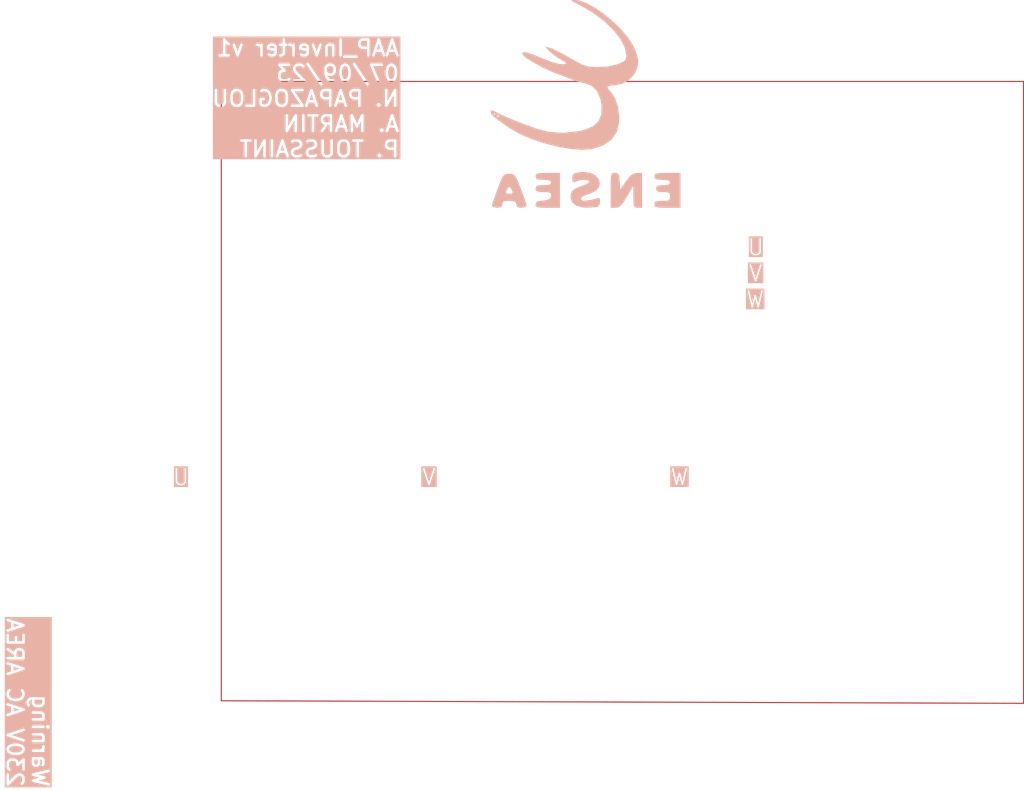
<source format=kicad_pcb>
(kicad_pcb (version 20240108) (generator "pcbnew") (generator_version "8.0")
  (layers (0 "F.Cu" signal) (1 "In1.Cu" signal) (2 "In2.Cu" signal) (31 "B.Cu" signal) (34 "B.Paste" user) (35 "F.Paste" user) (36 "B.SilkS" user "B.Silkscreen") (37 "F.SilkS" user "F.Silkscreen") (38 "B.Mask" user) (39 "F.Mask" user) (44 "Edge.Cuts" user))
  (net 0 "")
  (footprint "LOGO" (layer "B.Cu") (at 173.984221 59.630779 180)
    (property "Reference" "G***" (hide yes))
    (property "Value" "LOGO" (hide yes))
    (fp_poly (pts (xy -7.368348 -13.481548) (xy -6.7706 -13.908713) (xy -6.07061 -14.78159) (xy -5.948292 -14.955921) (xy -4.846053 -16.543421) (xy -4.744188 -14.955921) (xy -4.646722 -13.992233) (xy -4.450217 -13.523484) (xy -4.054239 -13.376193) (xy -3.825109 -13.368421) (xy -3.454243 -13.39078) (xy -3.21698 -13.539211) (xy -3.083483 -13.935744) (xy -3.023912 -14.702408) (xy -3.008429 -15.961233) (xy -3.007895 -16.710526) (xy -3.007895 -20.052631) (xy -3.937627 -20.052631) (xy -4.485894 -19.964868) (xy -4.974179 -19.619972) (xy -5.529524 -18.89553) (xy -6.105458 -17.963815) (xy -7.343557 -15.875) (xy -7.348094 -17.963815) (xy -7.366733 -19.103678) (xy -7.457621 -19.729098) (xy -7.682651 -19.993975) (xy -8.103717 -20.052207) (xy -8.188158 -20.052631) (xy -9.023684 -20.052631) (xy -9.023684 -16.710526) (xy -9.023684 -13.368421) (xy -8.037108 -13.368421)) (fill solid) (layer "B.SilkS"))
    (fp_poly (pts (xy 10.253149 -13.386454) (xy 10.957493 -13.467778) (xy 11.279637 -13.653227) (xy 11.362505 -13.983636) (xy 11.363158 -14.036842) (xy 11.264755 -14.454552) (xy 10.856151 -14.652075) (xy 9.967252 -14.705008) (xy 9.859211 -14.705263) (xy 8.86794 -14.77087) (xy 8.416415 -14.993951) (xy 8.355263 -15.206579) (xy 8.552086 -15.537002) (xy 9.221327 -15.68751) (xy 9.859211 -15.707894) (xy 10.799058 -15.751629) (xy 11.243485 -15.933231) (xy 11.362584 -16.328297) (xy 11.363158 -16.376315) (xy 11.266372 -16.79154) (xy 10.863147 -16.989491) (xy 9.984187 -17.044266) (xy 9.835966 -17.044736) (xy 8.904776 -17.076575) (xy 8.47806 -17.229632) (xy 8.39278 -17.590222) (xy 8.415571 -17.79671) (xy 8.600537 -18.291412) (xy 9.096675 -18.54446) (xy 9.942763 -18.651453) (xy 10.863517 -18.777865) (xy 11.281195 -19.037355) (xy 11.363158 -19.403426) (xy 11.295022 -19.745141) (xy 10.995852 -19.940938) (xy 10.323507 -20.030264) (xy 9.135846 -20.052561) (xy 9.023684 -20.052631) (xy 6.684211 -20.052631) (xy 6.684211 -16.710526) (xy 6.684211 -13.368421) (xy 9.023684 -13.368421)) (fill solid) (layer "B.SilkS"))
    (fp_poly (pts (xy -12.588154 -13.384208) (xy -11.836198 -13.456195) (xy -11.475349 -13.62132) (xy -11.367089 -13.916521) (xy -11.363158 -14.036842) (xy -11.461561 -14.454552) (xy -11.870165 -14.652075) (xy -12.759064 -14.705008) (xy -12.867105 -14.705263) (xy -13.858376 -14.77087) (xy -14.309901 -14.993951) (xy -14.371053 -15.206579) (xy -14.150304 -15.555159) (xy -13.418542 -15.698796) (xy -13.03421 -15.707894) (xy -12.1596 -15.763947) (xy -11.773056 -15.990504) (xy -11.697368 -16.376315) (xy -11.809475 -16.813621) (xy -12.262589 -17.006893) (xy -13.03421 -17.044736) (xy -13.895515 -17.090341) (xy -14.278334 -17.305448) (xy -14.370575 -17.8075) (xy -14.371053 -17.880263) (xy -14.308717 -18.395849) (xy -14.002315 -18.640128) (xy -13.272752 -18.712598) (xy -12.867105 -18.715789) (xy -11.927257 -18.759524) (xy -11.482831 -18.941126) (xy -11.363732 -19.336192) (xy -11.363158 -19.38421) (xy -11.42236 -19.725965) (xy -11.692312 -19.926487) (xy -12.311531 -20.022714) (xy -13.418536 -20.051583) (xy -13.869737 -20.052631) (xy -16.376316 -20.052631) (xy -16.376316 -16.710526) (xy -16.376316 -13.368421) (xy -13.869737 -13.368421)) (fill solid) (layer "B.SilkS"))
    (fp_poly (pts (xy 2.970923 -13.234169) (xy 3.847064 -13.423756) (xy 4.242639 -13.723115) (xy 4.343522 -14.293436) (xy 4.344737 -14.425526) (xy 4.290119 -15.081829) (xy 4.03727 -15.202064) (xy 3.698287 -15.051232) (xy 2.96186 -14.801986) (xy 2.130344 -14.709718) (xy 1.426889 -14.771024) (xy 1.074646 -14.982502) (xy 1.075586 -15.091231) (xy 1.449281 -15.411388) (xy 2.242256 -15.769436) (xy 2.658805 -15.90668) (xy 3.819382 -16.354559) (xy 4.444284 -16.918759) (xy 4.665989 -17.734527) (xy 4.67383 -17.963815) (xy 4.391862 -18.98963) (xy 3.561527 -19.680833) (xy 2.230325 -20.005681) (xy 1.5875 -20.026246) (xy 0.508197 -19.980644) (xy -0.32 -19.893136) (xy -0.584868 -19.83129) (xy -0.902752 -19.405334) (xy -1.002631 -18.819287) (xy -0.910787 -18.22689) (xy -0.555215 -18.162558) (xy -0.417763 -18.211647) (xy 0.300057 -18.416063) (xy 1.28649 -18.605752) (xy 1.420395 -18.62562) (xy 2.269948 -18.684616) (xy 2.629973 -18.510096) (xy 2.673684 -18.298154) (xy 2.353468 -17.871562) (xy 1.44876 -17.489468) (xy 1.180351 -17.416483) (xy -0.059568 -16.892503) (xy -0.755961 -16.161392) (xy -0.954939 -15.330853) (xy -0.70261 -14.508583) (xy -0.045085 -13.802283) (xy 0.971528 -13.319653) (xy 2.301119 -13.168393)) (fill solid) (layer "B.SilkS"))
    (fp_poly (pts (xy 16.944665 -13.561711) (xy 17.334612 -13.720295) (xy 17.66774 -14.131317) (xy 18.037062 -14.914816) (xy 18.535591 -16.190834) (xy 18.606069 -16.376315) (xy 19.087061 -17.682105) (xy 19.461648 -18.773232) (xy 19.673921 -19.483402) (xy 19.701614 -19.634868) (xy 19.4194 -19.941304) (xy 18.71579 -20.052631) (xy 17.981894 -19.94759) (xy 17.723502 -19.556755) (xy 17.713158 -19.38421) (xy 17.601052 -18.946905) (xy 17.147938 -18.753633) (xy 16.376316 -18.715789) (xy 15.501705 -18.771842) (xy 15.115161 -18.998399) (xy 15.039474 -19.38421) (xy 14.881912 -19.873474) (xy 14.29566 -20.045735) (xy 14.036842 -20.052631) (xy 13.306055 -19.929975) (xy 13.055488 -19.634868) (xy 13.18014 -19.152743) (xy 13.49571 -18.215499) (xy 13.929009 -17.032577) (xy 15.738504 -17.032577) (xy 15.961744 -17.333852) (xy 16.376316 -17.378947) (xy 16.917432 -17.273884) (xy 17.039619 -17.128289) (xy 16.870881 -16.661239) (xy 16.705409 -16.376315) (xy 16.390808 -16.043037) (xy 16.091802 -16.309438) (xy 16.047223 -16.376315) (xy 15.738504 -17.032577) (xy 13.929009 -17.032577) (xy 13.945075 -16.988715) (xy 14.179604 -16.376315) (xy 14.71021 -15.036668) (xy 15.097206 -14.202345) (xy 15.434253 -13.753778) (xy 15.815012 -13.571399) (xy 16.333144 -13.535642) (xy 16.404887 -13.535526)) (fill solid) (layer "B.SilkS"))
    (fp_poly (pts (xy 4.277522 19.700332) (xy 4.471358 19.61877) (xy 4.197169 19.400892) (xy 3.401908 18.978089) (xy 2.903843 18.724973) (xy 0.437551 17.294281) (xy -1.728603 15.682686) (xy -3.525774 13.965202) (xy -4.885113 12.216844) (xy -5.737775 10.512627) (xy -6.015789 9.006226) (xy -5.93396 8.417221) (xy -5.583092 8.005321) (xy -4.805111 7.621398) (xy -4.370494 7.454017) (xy -2.313165 6.974695) (xy -0.44352 6.88431) (xy 0.659724 6.932043) (xy 1.544066 7.070656) (xy 2.409057 7.367347) (xy 3.454249 7.889317) (xy 4.769973 8.639948) (xy 6.114602 9.394808) (xy 7.339601 10.028932) (xy 8.270938 10.454783) (xy 8.613394 10.573184) (xy 9.525 10.794824) (xy 8.856986 10.041721) (xy 8.168034 9.423421) (xy 7.184012 8.715611) (xy 6.684617 8.404178) (xy 5.838692 7.88983) (xy 5.516826 7.611839) (xy 5.660352 7.479122) (xy 6.049892 7.418757) (xy 6.864259 7.483074) (xy 7.961814 7.759954) (xy 8.556471 7.971878) (xy 9.890642 8.504588) (xy 11.361042 9.091114) (xy 11.932735 9.318975) (xy 13.094324 9.702971) (xy 13.766703 9.746022) (xy 13.914225 9.451331) (xy 13.764132 9.154419) (xy 13.259905 8.701916) (xy 12.307905 8.073086) (xy 11.072912 7.359125) (xy 9.719705 6.651226) (xy 8.413063 6.040585) (xy 7.45971 5.665307) (xy 6.214674 5.217825) (xy 5.067136 4.769122) (xy 4.490681 4.519403) (xy 3.469929 4.1481) (xy 2.267138 3.849911) (xy 2.04992 3.811797) (xy 0.615487 3.275607) (xy -0.438814 2.206718) (xy -1.086608 0.639573) (xy -1.268846 -0.52143) (xy -1.205939 -2.207537) (xy -0.671085 -3.500458) (xy 0.382192 -4.45247) (xy 2.000369 -5.115853) (xy 3.02747 -5.354051) (xy 6.094212 -5.700553) (xy 8.911448 -5.495948) (xy 11.196053 -4.889354) (xy 14.194507 -3.789326) (xy 16.565388 -2.839491) (xy 17.292279 -2.506579) (xy 18.381579 -2.506579) (xy 18.548684 -2.673684) (xy 18.71579 -2.506579) (xy 18.548684 -2.339473) (xy 18.381579 -2.506579) (xy 17.292279 -2.506579) (xy 18.022007 -2.172368) (xy 19.05 -2.172368) (xy 19.217105 -2.339473) (xy 19.384211 -2.172368) (xy 19.217105 -2.005263) (xy 19.05 -2.172368) (xy 18.022007 -2.172368) (xy 18.330378 -2.031136) (xy 18.409975 -1.990776) (xy 19.330633 -1.535707) (xy 19.796765 -1.378304) (xy 19.944758 -1.503815) (xy 19.921505 -1.82729) (xy 19.74855 -2.185873) (xy 19.271782 -2.673347) (xy 18.415666 -3.352166) (xy 17.104669 -4.284785) (xy 16.209211 -4.89681) (xy 14.37057 -5.941978) (xy 12.147355 -6.891549) (xy 9.695989 -7.706664) (xy 7.172892 -8.348463) (xy 4.734486 -8.778088) (xy 2.537193 -8.956679) (xy 0.737433 -8.845378) (xy 0.501316 -8.799064) (xy -1.611311 -8.094864) (xy -3.164888 -7.028798) (xy -4.169659 -5.589268) (xy -4.635871 -3.764676) (xy -4.673915 -2.940939) (xy -4.457316 -0.833239) (xy -3.851817 0.954026) (xy -3.06858 2.107773) (xy -2.484908 2.812462) (xy -2.450006 3.187524) (xy -2.997268 3.328976) (xy -3.497872 3.342106) (xy -5.183831 3.642865) (xy -6.638113 4.479161) (xy -7.650295 5.688003) (xy -8.182846 6.923171) (xy -8.298036 8.125575) (xy -7.984899 9.477593) (xy -7.333189 10.962274) (xy -6.384989 12.473053) (xy -5.064997 14.048144) (xy -3.489862 15.594752) (xy -1.776236 17.020083) (xy -0.04077 18.231343) (xy 1.599886 19.135735) (xy 3.02908 19.640466) (xy 3.668712 19.714188)) (fill solid) (layer "B.SilkS"))
  )
  (gr_line (start 256 55.5) (end 102.5 55.5) (stroke (width 0.2)) (layer "F.Cu"))
  (gr_line (start 102.5 55.5) (end 102.5 60) (stroke (width 0.2)) (layer "F.Cu"))
  (gr_line (start 102.5 60) (end 102.5 174) (stroke (width 0.2)) (layer "F.Cu"))
  (gr_line (start 102.5 174) (end 256 174.5) (stroke (width 0.2)) (layer "F.Cu"))
  (gr_line (start 256 174.5) (end 256 55.5) (stroke (width 0.2)) (layer "F.Cu"))
  (gr_text "V" (at 140.75 133 0) (layer "B.SilkS" knockout) (effects (font (size 3 3) (thickness 0.3) (bold yes)) (justify left bottom)))
  (gr_text "W" (at 202.75 99 0) (layer "B.SilkS" knockout) (effects (font (size 3 3) (thickness 0.3) (bold yes)) (justify left bottom)))
  (gr_text "Warning \n230V AC AREA" (at 61.25 190.75 270) (layer "B.SilkS" knockout) (effects (font (size 3 3) (thickness 0.5) (bold yes)) (justify left bottom mirror)))
  (gr_text "AAP_Inverter v1\n07/09/23\nN. PAPAZOGLOU\nA. MARTIN\nP. TOUSSAINT" (at 136.8 70.2 0) (layer "B.SilkS" knockout) (effects (font (size 3 3) (thickness 0.5) (bold yes)) (justify left bottom mirror)))
  (gr_text "W" (at 188.25 133 0) (layer "B.SilkS" knockout) (effects (font (size 3 3) (thickness 0.3) (bold yes)) (justify left bottom)))
  (gr_text "V" (at 203.25 94 0) (layer "B.SilkS" knockout) (effects (font (size 3 3) (thickness 0.3) (bold yes)) (justify left bottom)))
  (gr_text "U" (at 203 89 0) (layer "B.SilkS" knockout) (effects (font (size 3 3) (thickness 0.3) (bold yes)) (justify left bottom)))
  (gr_text "U" (at 93 133 0) (layer "B.SilkS" knockout) (effects (font (size 3 3) (thickness 0.3) (bold yes)) (justify left bottom)))
)
</source>
